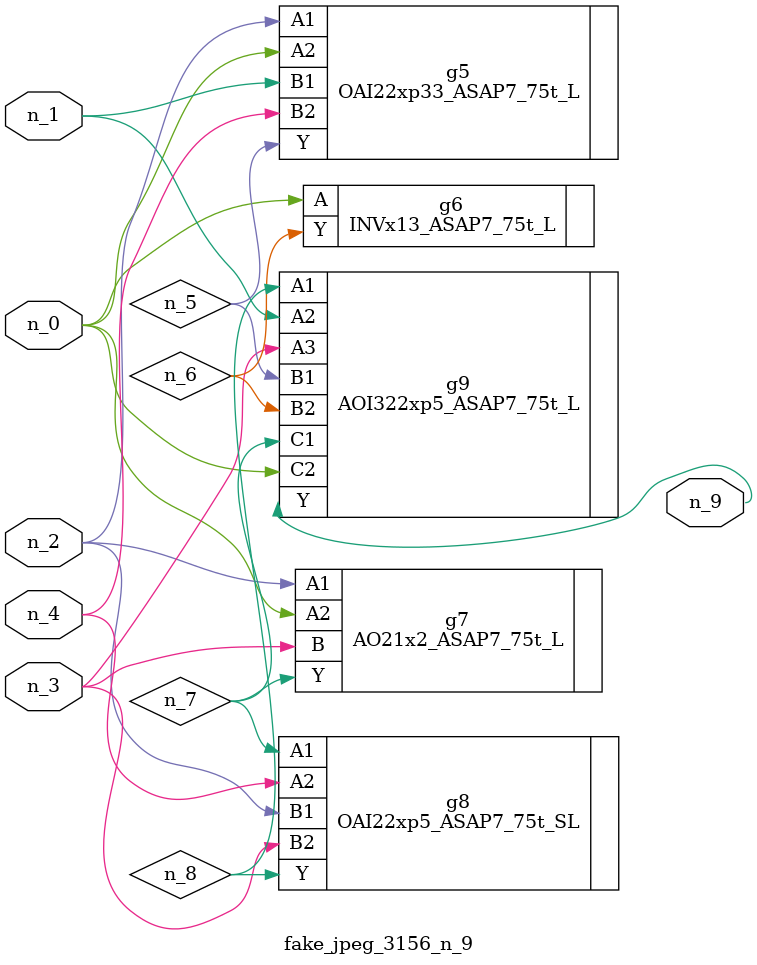
<source format=v>
module fake_jpeg_3156_n_9 (n_3, n_2, n_1, n_0, n_4, n_9);

input n_3;
input n_2;
input n_1;
input n_0;
input n_4;

output n_9;

wire n_8;
wire n_6;
wire n_5;
wire n_7;

OAI22xp33_ASAP7_75t_L g5 ( 
.A1(n_2),
.A2(n_0),
.B1(n_1),
.B2(n_4),
.Y(n_5)
);

INVx13_ASAP7_75t_L g6 ( 
.A(n_0),
.Y(n_6)
);

AO21x2_ASAP7_75t_L g7 ( 
.A1(n_2),
.A2(n_0),
.B(n_3),
.Y(n_7)
);

OAI22xp5_ASAP7_75t_SL g8 ( 
.A1(n_7),
.A2(n_4),
.B1(n_2),
.B2(n_3),
.Y(n_8)
);

AOI322xp5_ASAP7_75t_L g9 ( 
.A1(n_8),
.A2(n_1),
.A3(n_3),
.B1(n_5),
.B2(n_6),
.C1(n_7),
.C2(n_0),
.Y(n_9)
);


endmodule
</source>
